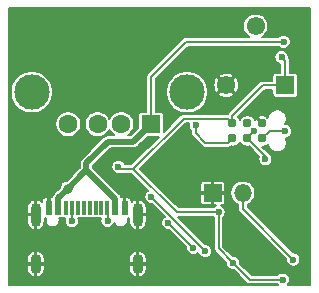
<source format=gbr>
%TF.GenerationSoftware,KiCad,Pcbnew,(5.1.8-0-10_14)*%
%TF.CreationDate,2021-01-24T23:40:28+01:00*%
%TF.ProjectId,clapruptor,636c6170-7275-4707-946f-722e6b696361,rev?*%
%TF.SameCoordinates,Original*%
%TF.FileFunction,Copper,L1,Top*%
%TF.FilePolarity,Positive*%
%FSLAX46Y46*%
G04 Gerber Fmt 4.6, Leading zero omitted, Abs format (unit mm)*
G04 Created by KiCad (PCBNEW (5.1.8-0-10_14)) date 2021-01-24 23:40:28*
%MOMM*%
%LPD*%
G01*
G04 APERTURE LIST*
%TA.AperFunction,ComponentPad*%
%ADD10C,1.550000*%
%TD*%
%TA.AperFunction,ComponentPad*%
%ADD11R,1.550000X1.550000*%
%TD*%
%TA.AperFunction,ComponentPad*%
%ADD12R,1.500000X1.500000*%
%TD*%
%TA.AperFunction,ComponentPad*%
%ADD13O,1.500000X1.500000*%
%TD*%
%TA.AperFunction,SMDPad,CuDef*%
%ADD14R,0.600000X1.160000*%
%TD*%
%TA.AperFunction,SMDPad,CuDef*%
%ADD15R,0.300000X1.160000*%
%TD*%
%TA.AperFunction,ComponentPad*%
%ADD16O,0.900000X1.700000*%
%TD*%
%TA.AperFunction,ComponentPad*%
%ADD17O,0.900000X2.000000*%
%TD*%
%TA.AperFunction,ConnectorPad*%
%ADD18C,0.787400*%
%TD*%
%TA.AperFunction,ComponentPad*%
%ADD19C,1.600000*%
%TD*%
%TA.AperFunction,ComponentPad*%
%ADD20R,1.600000X1.500000*%
%TD*%
%TA.AperFunction,ComponentPad*%
%ADD21C,3.000000*%
%TD*%
%TA.AperFunction,ViaPad*%
%ADD22C,0.800000*%
%TD*%
%TA.AperFunction,ViaPad*%
%ADD23C,0.600000*%
%TD*%
%TA.AperFunction,Conductor*%
%ADD24C,0.203200*%
%TD*%
%TA.AperFunction,Conductor*%
%ADD25C,0.508000*%
%TD*%
%TA.AperFunction,Conductor*%
%ADD26C,0.200000*%
%TD*%
%TA.AperFunction,Conductor*%
%ADD27C,0.100000*%
%TD*%
G04 APERTURE END LIST*
D10*
%TO.P,RV1,2*%
%TO.N,Vref*%
X165063800Y-75010000D03*
D11*
%TO.P,RV1,1*%
%TO.N,vCPU*%
X167563800Y-80010000D03*
D10*
%TO.P,RV1,3*%
%TO.N,GND*%
X162563800Y-80010000D03*
%TD*%
D12*
%TO.P,MK1,1*%
%TO.N,GND*%
X161442400Y-89128600D03*
D13*
%TO.P,MK1,2*%
%TO.N,Net-(C3-Pad2)*%
X163982400Y-89128600D03*
%TD*%
D14*
%TO.P,J4,A12*%
%TO.N,GND*%
X153963700Y-90385700D03*
%TO.P,J4,A9*%
%TO.N,VCC*%
X153163700Y-90385700D03*
%TO.P,J4,B1*%
%TO.N,GND*%
X153963700Y-90385700D03*
%TO.P,J4,B4*%
%TO.N,VCC*%
X153163700Y-90385700D03*
%TO.P,J4,B12*%
%TO.N,GND*%
X147563700Y-90385700D03*
%TO.P,J4,A1*%
X147563700Y-90385700D03*
%TO.P,J4,B9*%
%TO.N,VCC*%
X148363700Y-90385700D03*
%TO.P,J4,A4*%
X148363700Y-90385700D03*
D15*
%TO.P,J4,B5*%
%TO.N,Net-(J4-PadB5)*%
X152513700Y-90385700D03*
%TO.P,J4,B6*%
%TO.N,Net-(J4-PadB6)*%
X151513700Y-90385700D03*
%TO.P,J4,A8*%
%TO.N,Net-(J4-PadA8)*%
X152013700Y-90385700D03*
%TO.P,J4,A5*%
%TO.N,Net-(J4-PadA5)*%
X149513700Y-90385700D03*
%TO.P,J4,B8*%
%TO.N,Net-(J4-PadB8)*%
X149013700Y-90385700D03*
%TO.P,J4,A7*%
%TO.N,Net-(J4-PadA7)*%
X151013700Y-90385700D03*
%TO.P,J4,A6*%
%TO.N,Net-(J4-PadA6)*%
X150513700Y-90385700D03*
%TO.P,J4,B7*%
%TO.N,Net-(J4-PadB7)*%
X150013700Y-90385700D03*
D16*
%TO.P,J4,S1*%
%TO.N,GND*%
X155083700Y-95135700D03*
X146443700Y-95135700D03*
D17*
X155083700Y-90965700D03*
X146443700Y-90965700D03*
%TD*%
D18*
%TO.P,J3,6*%
%TO.N,GND*%
X165633400Y-83235800D03*
%TO.P,J3,5*%
%TO.N,nReset*%
X165633400Y-84505800D03*
%TO.P,J3,4*%
%TO.N,Net-(J3-Pad4)*%
X164363400Y-83235800D03*
%TO.P,J3,3*%
%TO.N,tpiclk*%
X164363400Y-84505800D03*
%TO.P,J3,2*%
%TO.N,vCPU*%
X163093400Y-83235800D03*
%TO.P,J3,1*%
%TO.N,tpidata*%
X163093400Y-84505800D03*
%TD*%
D19*
%TO.P,J2,4*%
%TO.N,Vswitch*%
X149188000Y-83304200D03*
%TO.P,J2,3*%
%TO.N,Net-(J2-Pad3)*%
X151688000Y-83304200D03*
%TO.P,J2,2*%
%TO.N,Net-(J2-Pad2)*%
X153688000Y-83304200D03*
D20*
%TO.P,J2,1*%
%TO.N,VCC*%
X156188000Y-83304200D03*
D21*
%TO.P,J2,5*%
%TO.N,Vswitch*%
X146118000Y-80594200D03*
X159258000Y-80594200D03*
%TD*%
D22*
%TO.N,GND*%
X154432000Y-78994000D03*
X152654000Y-80772000D03*
X157480000Y-81788000D03*
X158750000Y-77978000D03*
X162687000Y-77266800D03*
X152628600Y-86106000D03*
X163525200Y-94132400D03*
X147548600Y-85445600D03*
X161950400Y-94996000D03*
X158064200Y-86182200D03*
D23*
%TO.N,Net-(C3-Pad2)*%
X168249600Y-94767400D03*
%TO.N,VCC*%
X167445841Y-76336041D03*
D22*
X149171699Y-88770499D03*
D23*
%TO.N,Net-(R7-Pad1)*%
X157661459Y-91664941D03*
X159769659Y-93773141D03*
%TO.N,nReset*%
X167563800Y-83896200D03*
%TO.N,tpiclk*%
X164947600Y-83921600D03*
X165887400Y-86283800D03*
%TO.N,tpidata*%
X159994600Y-83381001D03*
%TO.N,Net-(J4-PadB5)*%
X152527000Y-91490800D03*
%TO.N,Net-(J4-PadA5)*%
X149504400Y-91516200D03*
%TO.N,vCPU*%
X161925000Y-90754200D03*
X167360600Y-96469200D03*
X167259000Y-77622400D03*
X153441400Y-86918800D03*
X163169600Y-95072200D03*
%TO.N,1.1v*%
X156235400Y-89458800D03*
X160782000Y-94056200D03*
%TD*%
D24*
%TO.N,Net-(C3-Pad2)*%
X163982400Y-90500200D02*
X168249600Y-94767400D01*
X163982400Y-89128600D02*
X163982400Y-90500200D01*
%TO.N,VCC*%
X156210000Y-79273400D02*
X156210000Y-83282200D01*
X156210000Y-83282200D02*
X156188000Y-83304200D01*
X159147359Y-76336041D02*
X156210000Y-79273400D01*
X167445841Y-76336041D02*
X159147359Y-76336041D01*
D25*
X150477298Y-87464900D02*
X149171699Y-88770499D01*
X148363700Y-89578498D02*
X148363700Y-90385700D01*
X149171699Y-88770499D02*
X148363700Y-89578498D01*
X150733799Y-87208399D02*
X150477298Y-87464900D01*
X153163700Y-89638300D02*
X150733799Y-87208399D01*
X153163700Y-90385700D02*
X153163700Y-89638300D01*
X152577800Y-84785200D02*
X150733799Y-86629201D01*
X150733799Y-86629201D02*
X150733799Y-87208399D01*
X154707000Y-84785200D02*
X152577800Y-84785200D01*
X156188000Y-83304200D02*
X154707000Y-84785200D01*
D24*
%TO.N,Net-(R7-Pad1)*%
X159769659Y-93773141D02*
X157661459Y-91664941D01*
%TO.N,nReset*%
X165633400Y-84505800D02*
X166243000Y-83896200D01*
X166243000Y-83896200D02*
X167563800Y-83896200D01*
%TO.N,tpiclk*%
X164363400Y-84505800D02*
X164947600Y-83921600D01*
X164363400Y-84505800D02*
X165887400Y-86029800D01*
X165887400Y-86029800D02*
X165887400Y-86283800D01*
%TO.N,tpidata*%
X159994600Y-84074000D02*
X159994600Y-83381001D01*
X160807399Y-84886799D02*
X159994600Y-84074000D01*
X162712401Y-84886799D02*
X160807399Y-84886799D01*
X163093400Y-84505800D02*
X162712401Y-84886799D01*
%TO.N,Net-(J4-PadB5)*%
X152527000Y-90399000D02*
X152513700Y-90385700D01*
X152527000Y-91490800D02*
X152527000Y-90399000D01*
%TO.N,Net-(J4-PadA5)*%
X149513700Y-91506900D02*
X149504400Y-91516200D01*
X149513700Y-90385700D02*
X149513700Y-91506900D01*
%TO.N,vCPU*%
X154711400Y-87096600D02*
X158369000Y-90754200D01*
X158369000Y-90754200D02*
X161925000Y-90754200D01*
X167563800Y-77927200D02*
X167563800Y-80010000D01*
X167259000Y-77622400D02*
X167563800Y-77927200D01*
X153619200Y-87096600D02*
X153441400Y-86918800D01*
X154711400Y-87096600D02*
X153619200Y-87096600D01*
X161925000Y-93827600D02*
X163169600Y-95072200D01*
X161925000Y-90754200D02*
X161925000Y-93827600D01*
X164566600Y-96469200D02*
X163169600Y-95072200D01*
X167360600Y-96469200D02*
X164566600Y-96469200D01*
X158978599Y-82829401D02*
X154711400Y-87096600D01*
X162687001Y-82829401D02*
X158978599Y-82829401D01*
X163093400Y-83235800D02*
X162687001Y-82829401D01*
X163093400Y-82588100D02*
X163093400Y-83235800D01*
X165671500Y-80010000D02*
X163093400Y-82588100D01*
X167563800Y-80010000D02*
X165671500Y-80010000D01*
%TO.N,1.1v*%
X160782000Y-94005400D02*
X160782000Y-94056200D01*
X156235400Y-89458800D02*
X160782000Y-94005400D01*
%TD*%
D26*
%TO.N,GND*%
X169702601Y-96906200D02*
X167772128Y-96906200D01*
X167826650Y-96851678D01*
X167892313Y-96753407D01*
X167937542Y-96644214D01*
X167960600Y-96528295D01*
X167960600Y-96410105D01*
X167937542Y-96294186D01*
X167892313Y-96184993D01*
X167826650Y-96086722D01*
X167743078Y-96003150D01*
X167644807Y-95937487D01*
X167535614Y-95892258D01*
X167419695Y-95869200D01*
X167301505Y-95869200D01*
X167185586Y-95892258D01*
X167076393Y-95937487D01*
X166978122Y-96003150D01*
X166913672Y-96067600D01*
X164732948Y-96067600D01*
X163769600Y-95104253D01*
X163769600Y-95013105D01*
X163746542Y-94897186D01*
X163701313Y-94787993D01*
X163635650Y-94689722D01*
X163552078Y-94606150D01*
X163453807Y-94540487D01*
X163344614Y-94495258D01*
X163228695Y-94472200D01*
X163137548Y-94472200D01*
X162326600Y-93661253D01*
X162326600Y-91201128D01*
X162391050Y-91136678D01*
X162456713Y-91038407D01*
X162501942Y-90929214D01*
X162525000Y-90813295D01*
X162525000Y-90695105D01*
X162501942Y-90579186D01*
X162456713Y-90469993D01*
X162391050Y-90371722D01*
X162307478Y-90288150D01*
X162209207Y-90222487D01*
X162106276Y-90179852D01*
X162192400Y-90180052D01*
X162251210Y-90174260D01*
X162307761Y-90157105D01*
X162359878Y-90129248D01*
X162405559Y-90091759D01*
X162443048Y-90046078D01*
X162470905Y-89993961D01*
X162488060Y-89937410D01*
X162493852Y-89878600D01*
X162492400Y-89253600D01*
X162417400Y-89178600D01*
X161492400Y-89178600D01*
X161492400Y-90103600D01*
X161567400Y-90178600D01*
X161745746Y-90179014D01*
X161640793Y-90222487D01*
X161542522Y-90288150D01*
X161478072Y-90352600D01*
X158535348Y-90352600D01*
X158061348Y-89878600D01*
X160390948Y-89878600D01*
X160396740Y-89937410D01*
X160413895Y-89993961D01*
X160441752Y-90046078D01*
X160479241Y-90091759D01*
X160524922Y-90129248D01*
X160577039Y-90157105D01*
X160633590Y-90174260D01*
X160692400Y-90180052D01*
X161317400Y-90178600D01*
X161392400Y-90103600D01*
X161392400Y-89178600D01*
X160467400Y-89178600D01*
X160392400Y-89253600D01*
X160390948Y-89878600D01*
X158061348Y-89878600D01*
X156561348Y-88378600D01*
X160390948Y-88378600D01*
X160392400Y-89003600D01*
X160467400Y-89078600D01*
X161392400Y-89078600D01*
X161392400Y-88153600D01*
X161492400Y-88153600D01*
X161492400Y-89078600D01*
X162417400Y-89078600D01*
X162470816Y-89025184D01*
X162932400Y-89025184D01*
X162932400Y-89232016D01*
X162972750Y-89434874D01*
X163051902Y-89625962D01*
X163166811Y-89797936D01*
X163313064Y-89944189D01*
X163485038Y-90059098D01*
X163580801Y-90098765D01*
X163580801Y-90480465D01*
X163578857Y-90500200D01*
X163586612Y-90578927D01*
X163609576Y-90654629D01*
X163646867Y-90724396D01*
X163697053Y-90785548D01*
X163712377Y-90798124D01*
X167649600Y-94735349D01*
X167649600Y-94826495D01*
X167672658Y-94942414D01*
X167717887Y-95051607D01*
X167783550Y-95149878D01*
X167867122Y-95233450D01*
X167965393Y-95299113D01*
X168074586Y-95344342D01*
X168190505Y-95367400D01*
X168308695Y-95367400D01*
X168424614Y-95344342D01*
X168533807Y-95299113D01*
X168632078Y-95233450D01*
X168715650Y-95149878D01*
X168781313Y-95051607D01*
X168826542Y-94942414D01*
X168849600Y-94826495D01*
X168849600Y-94708305D01*
X168826542Y-94592386D01*
X168781313Y-94483193D01*
X168715650Y-94384922D01*
X168632078Y-94301350D01*
X168533807Y-94235687D01*
X168424614Y-94190458D01*
X168308695Y-94167400D01*
X168217549Y-94167400D01*
X164384000Y-90333853D01*
X164384000Y-90098764D01*
X164479762Y-90059098D01*
X164651736Y-89944189D01*
X164797989Y-89797936D01*
X164912898Y-89625962D01*
X164992050Y-89434874D01*
X165032400Y-89232016D01*
X165032400Y-89025184D01*
X164992050Y-88822326D01*
X164912898Y-88631238D01*
X164797989Y-88459264D01*
X164651736Y-88313011D01*
X164479762Y-88198102D01*
X164288674Y-88118950D01*
X164085816Y-88078600D01*
X163878984Y-88078600D01*
X163676126Y-88118950D01*
X163485038Y-88198102D01*
X163313064Y-88313011D01*
X163166811Y-88459264D01*
X163051902Y-88631238D01*
X162972750Y-88822326D01*
X162932400Y-89025184D01*
X162470816Y-89025184D01*
X162492400Y-89003600D01*
X162493852Y-88378600D01*
X162488060Y-88319790D01*
X162470905Y-88263239D01*
X162443048Y-88211122D01*
X162405559Y-88165441D01*
X162359878Y-88127952D01*
X162307761Y-88100095D01*
X162251210Y-88082940D01*
X162192400Y-88077148D01*
X161567400Y-88078600D01*
X161492400Y-88153600D01*
X161392400Y-88153600D01*
X161317400Y-88078600D01*
X160692400Y-88077148D01*
X160633590Y-88082940D01*
X160577039Y-88100095D01*
X160524922Y-88127952D01*
X160479241Y-88165441D01*
X160441752Y-88211122D01*
X160413895Y-88263239D01*
X160396740Y-88319790D01*
X160390948Y-88378600D01*
X156561348Y-88378600D01*
X155279347Y-87096600D01*
X159144947Y-83231001D01*
X159412682Y-83231001D01*
X159394600Y-83321906D01*
X159394600Y-83440096D01*
X159417658Y-83556015D01*
X159462887Y-83665208D01*
X159528550Y-83763479D01*
X159593000Y-83827929D01*
X159593000Y-84054275D01*
X159591057Y-84074000D01*
X159593000Y-84093725D01*
X159593000Y-84093726D01*
X159598811Y-84152726D01*
X159621775Y-84228428D01*
X159659066Y-84298195D01*
X159709252Y-84359348D01*
X159724582Y-84371929D01*
X160509475Y-85156823D01*
X160522051Y-85172147D01*
X160583203Y-85222333D01*
X160652970Y-85259624D01*
X160728672Y-85282588D01*
X160787672Y-85288399D01*
X160787680Y-85288399D01*
X160807398Y-85290341D01*
X160827116Y-85288399D01*
X162692676Y-85288399D01*
X162712401Y-85290342D01*
X162732126Y-85288399D01*
X162732128Y-85288399D01*
X162791128Y-85282588D01*
X162866830Y-85259624D01*
X162936597Y-85222333D01*
X162976253Y-85189789D01*
X163025076Y-85199500D01*
X163161724Y-85199500D01*
X163295745Y-85172842D01*
X163421990Y-85120549D01*
X163535608Y-85044632D01*
X163632232Y-84948008D01*
X163708149Y-84834390D01*
X163728400Y-84785500D01*
X163748651Y-84834390D01*
X163824568Y-84948008D01*
X163921192Y-85044632D01*
X164034810Y-85120549D01*
X164161055Y-85172842D01*
X164295076Y-85199500D01*
X164431724Y-85199500D01*
X164479625Y-85189972D01*
X165336227Y-86046575D01*
X165310458Y-86108786D01*
X165287400Y-86224705D01*
X165287400Y-86342895D01*
X165310458Y-86458814D01*
X165355687Y-86568007D01*
X165421350Y-86666278D01*
X165504922Y-86749850D01*
X165603193Y-86815513D01*
X165712386Y-86860742D01*
X165828305Y-86883800D01*
X165946495Y-86883800D01*
X166062414Y-86860742D01*
X166171607Y-86815513D01*
X166269878Y-86749850D01*
X166353450Y-86666278D01*
X166419113Y-86568007D01*
X166464342Y-86458814D01*
X166487400Y-86342895D01*
X166487400Y-86224705D01*
X166464342Y-86108786D01*
X166419113Y-85999593D01*
X166353450Y-85901322D01*
X166269878Y-85817750D01*
X166188006Y-85763045D01*
X166185322Y-85759774D01*
X166172748Y-85744452D01*
X166157425Y-85731877D01*
X165625048Y-85199500D01*
X165701724Y-85199500D01*
X165835745Y-85172842D01*
X165961990Y-85120549D01*
X166075608Y-85044632D01*
X166115899Y-85004341D01*
X166138663Y-85118780D01*
X166198614Y-85263516D01*
X166285650Y-85393774D01*
X166396426Y-85504550D01*
X166526684Y-85591586D01*
X166671420Y-85651537D01*
X166825070Y-85682100D01*
X166981730Y-85682100D01*
X167135380Y-85651537D01*
X167280116Y-85591586D01*
X167410374Y-85504550D01*
X167521150Y-85393774D01*
X167608186Y-85263516D01*
X167668137Y-85118780D01*
X167698700Y-84965130D01*
X167698700Y-84808470D01*
X167668137Y-84654820D01*
X167608186Y-84510084D01*
X167598909Y-84496200D01*
X167622895Y-84496200D01*
X167738814Y-84473142D01*
X167848007Y-84427913D01*
X167946278Y-84362250D01*
X168029850Y-84278678D01*
X168095513Y-84180407D01*
X168140742Y-84071214D01*
X168163800Y-83955295D01*
X168163800Y-83837105D01*
X168140742Y-83721186D01*
X168095513Y-83611993D01*
X168029850Y-83513722D01*
X167946278Y-83430150D01*
X167848007Y-83364487D01*
X167738814Y-83319258D01*
X167622895Y-83296200D01*
X167564965Y-83296200D01*
X167608186Y-83231516D01*
X167668137Y-83086780D01*
X167698700Y-82933130D01*
X167698700Y-82776470D01*
X167668137Y-82622820D01*
X167608186Y-82478084D01*
X167521150Y-82347826D01*
X167410374Y-82237050D01*
X167280116Y-82150014D01*
X167135380Y-82090063D01*
X166981730Y-82059500D01*
X166825070Y-82059500D01*
X166671420Y-82090063D01*
X166526684Y-82150014D01*
X166396426Y-82237050D01*
X166285650Y-82347826D01*
X166198614Y-82478084D01*
X166138663Y-82622820D01*
X166116574Y-82733871D01*
X166090595Y-82707892D01*
X166036482Y-82762005D01*
X166001613Y-82643933D01*
X165879071Y-82583471D01*
X165747087Y-82548076D01*
X165610734Y-82539112D01*
X165475253Y-82556920D01*
X165345849Y-82600818D01*
X165265187Y-82643933D01*
X165230318Y-82762007D01*
X165633400Y-83165089D01*
X165647542Y-83150947D01*
X165718253Y-83221658D01*
X165704111Y-83235800D01*
X165718253Y-83249942D01*
X165647542Y-83320653D01*
X165633400Y-83306511D01*
X165619258Y-83320653D01*
X165548547Y-83249942D01*
X165562689Y-83235800D01*
X165159607Y-82832718D01*
X165041533Y-82867587D01*
X164998154Y-82955506D01*
X164978149Y-82907210D01*
X164902232Y-82793592D01*
X164805608Y-82696968D01*
X164691990Y-82621051D01*
X164565745Y-82568758D01*
X164431724Y-82542100D01*
X164295076Y-82542100D01*
X164161055Y-82568758D01*
X164034810Y-82621051D01*
X163921192Y-82696968D01*
X163824568Y-82793592D01*
X163748651Y-82907210D01*
X163728400Y-82956100D01*
X163708149Y-82907210D01*
X163632232Y-82793592D01*
X163544044Y-82705404D01*
X165837848Y-80411600D01*
X166487349Y-80411600D01*
X166487349Y-80785000D01*
X166493141Y-80843810D01*
X166510296Y-80900360D01*
X166538153Y-80952477D01*
X166575642Y-80998158D01*
X166621323Y-81035647D01*
X166673440Y-81063504D01*
X166729990Y-81080659D01*
X166788800Y-81086451D01*
X168338800Y-81086451D01*
X168397610Y-81080659D01*
X168454160Y-81063504D01*
X168506277Y-81035647D01*
X168551958Y-80998158D01*
X168589447Y-80952477D01*
X168617304Y-80900360D01*
X168634459Y-80843810D01*
X168640251Y-80785000D01*
X168640251Y-79235000D01*
X168634459Y-79176190D01*
X168617304Y-79119640D01*
X168589447Y-79067523D01*
X168551958Y-79021842D01*
X168506277Y-78984353D01*
X168454160Y-78956496D01*
X168397610Y-78939341D01*
X168338800Y-78933549D01*
X167965400Y-78933549D01*
X167965400Y-77946917D01*
X167967342Y-77927199D01*
X167965400Y-77907481D01*
X167965400Y-77907473D01*
X167959589Y-77848473D01*
X167936625Y-77772771D01*
X167899334Y-77703004D01*
X167859000Y-77653857D01*
X167859000Y-77563305D01*
X167835942Y-77447386D01*
X167790713Y-77338193D01*
X167725050Y-77239922D01*
X167641478Y-77156350D01*
X167543207Y-77090687D01*
X167434014Y-77045458D01*
X167318095Y-77022400D01*
X167199905Y-77022400D01*
X167083986Y-77045458D01*
X166974793Y-77090687D01*
X166876522Y-77156350D01*
X166792950Y-77239922D01*
X166727287Y-77338193D01*
X166682058Y-77447386D01*
X166659000Y-77563305D01*
X166659000Y-77681495D01*
X166682058Y-77797414D01*
X166727287Y-77906607D01*
X166792950Y-78004878D01*
X166876522Y-78088450D01*
X166974793Y-78154113D01*
X167083986Y-78199342D01*
X167162200Y-78214900D01*
X167162200Y-78933549D01*
X166788800Y-78933549D01*
X166729990Y-78939341D01*
X166673440Y-78956496D01*
X166621323Y-78984353D01*
X166575642Y-79021842D01*
X166538153Y-79067523D01*
X166510296Y-79119640D01*
X166493141Y-79176190D01*
X166487349Y-79235000D01*
X166487349Y-79608400D01*
X165691225Y-79608400D01*
X165671500Y-79606457D01*
X165651775Y-79608400D01*
X165651773Y-79608400D01*
X165592773Y-79614211D01*
X165517071Y-79637175D01*
X165447304Y-79674466D01*
X165386152Y-79724652D01*
X165373576Y-79739976D01*
X162823382Y-82290171D01*
X162808052Y-82302752D01*
X162757866Y-82363905D01*
X162722864Y-82429390D01*
X162706728Y-82427801D01*
X162706726Y-82427801D01*
X162687001Y-82425858D01*
X162667276Y-82427801D01*
X158998327Y-82427801D01*
X158978599Y-82425858D01*
X158899871Y-82433612D01*
X158824169Y-82456576D01*
X158786878Y-82476509D01*
X158754403Y-82493867D01*
X158693251Y-82544053D01*
X158680675Y-82559377D01*
X157289451Y-83950601D01*
X157289451Y-82554200D01*
X157283659Y-82495390D01*
X157266504Y-82438840D01*
X157238647Y-82386723D01*
X157201158Y-82341042D01*
X157155477Y-82303553D01*
X157103360Y-82275696D01*
X157046810Y-82258541D01*
X156988000Y-82252749D01*
X156611600Y-82252749D01*
X156611600Y-80416916D01*
X157458000Y-80416916D01*
X157458000Y-80771484D01*
X157527173Y-81119241D01*
X157662861Y-81446820D01*
X157859849Y-81741633D01*
X158110567Y-81992351D01*
X158405380Y-82189339D01*
X158732959Y-82325027D01*
X159080716Y-82394200D01*
X159435284Y-82394200D01*
X159783041Y-82325027D01*
X160110620Y-82189339D01*
X160405433Y-81992351D01*
X160656151Y-81741633D01*
X160853139Y-81446820D01*
X160988827Y-81119241D01*
X161058000Y-80771484D01*
X161058000Y-80755260D01*
X161889251Y-80755260D01*
X161970006Y-80912353D01*
X162157456Y-81010858D01*
X162360521Y-81070901D01*
X162571399Y-81090173D01*
X162781984Y-81067936D01*
X162984185Y-81005042D01*
X163157594Y-80912353D01*
X163238349Y-80755260D01*
X162563800Y-80080711D01*
X161889251Y-80755260D01*
X161058000Y-80755260D01*
X161058000Y-80416916D01*
X160988827Y-80069159D01*
X160967471Y-80017599D01*
X161483627Y-80017599D01*
X161505864Y-80228184D01*
X161568758Y-80430385D01*
X161661447Y-80603794D01*
X161818540Y-80684549D01*
X162493089Y-80010000D01*
X162634511Y-80010000D01*
X163309060Y-80684549D01*
X163466153Y-80603794D01*
X163564658Y-80416344D01*
X163624701Y-80213279D01*
X163643973Y-80002401D01*
X163621736Y-79791816D01*
X163558842Y-79589615D01*
X163466153Y-79416206D01*
X163309060Y-79335451D01*
X162634511Y-80010000D01*
X162493089Y-80010000D01*
X161818540Y-79335451D01*
X161661447Y-79416206D01*
X161562942Y-79603656D01*
X161502899Y-79806721D01*
X161483627Y-80017599D01*
X160967471Y-80017599D01*
X160853139Y-79741580D01*
X160656151Y-79446767D01*
X160474124Y-79264740D01*
X161889251Y-79264740D01*
X162563800Y-79939289D01*
X163238349Y-79264740D01*
X163157594Y-79107647D01*
X162970144Y-79009142D01*
X162767079Y-78949099D01*
X162556201Y-78929827D01*
X162345616Y-78952064D01*
X162143415Y-79014958D01*
X161970006Y-79107647D01*
X161889251Y-79264740D01*
X160474124Y-79264740D01*
X160405433Y-79196049D01*
X160110620Y-78999061D01*
X159783041Y-78863373D01*
X159435284Y-78794200D01*
X159080716Y-78794200D01*
X158732959Y-78863373D01*
X158405380Y-78999061D01*
X158110567Y-79196049D01*
X157859849Y-79446767D01*
X157662861Y-79741580D01*
X157527173Y-80069159D01*
X157458000Y-80416916D01*
X156611600Y-80416916D01*
X156611600Y-79439747D01*
X159313707Y-76737641D01*
X166998913Y-76737641D01*
X167063363Y-76802091D01*
X167161634Y-76867754D01*
X167270827Y-76912983D01*
X167386746Y-76936041D01*
X167504936Y-76936041D01*
X167620855Y-76912983D01*
X167730048Y-76867754D01*
X167828319Y-76802091D01*
X167911891Y-76718519D01*
X167977554Y-76620248D01*
X168022783Y-76511055D01*
X168045841Y-76395136D01*
X168045841Y-76276946D01*
X168022783Y-76161027D01*
X167977554Y-76051834D01*
X167911891Y-75953563D01*
X167828319Y-75869991D01*
X167730048Y-75804328D01*
X167620855Y-75759099D01*
X167504936Y-75736041D01*
X167386746Y-75736041D01*
X167270827Y-75759099D01*
X167161634Y-75804328D01*
X167063363Y-75869991D01*
X166998913Y-75934441D01*
X165615224Y-75934441D01*
X165749072Y-75845007D01*
X165898807Y-75695272D01*
X166016452Y-75519203D01*
X166097488Y-75323566D01*
X166138800Y-75115878D01*
X166138800Y-74904122D01*
X166097488Y-74696434D01*
X166016452Y-74500797D01*
X165898807Y-74324728D01*
X165749072Y-74174993D01*
X165573003Y-74057348D01*
X165377366Y-73976312D01*
X165169678Y-73935000D01*
X164957922Y-73935000D01*
X164750234Y-73976312D01*
X164554597Y-74057348D01*
X164378528Y-74174993D01*
X164228793Y-74324728D01*
X164111148Y-74500797D01*
X164030112Y-74696434D01*
X163988800Y-74904122D01*
X163988800Y-75115878D01*
X164030112Y-75323566D01*
X164111148Y-75519203D01*
X164228793Y-75695272D01*
X164378528Y-75845007D01*
X164512376Y-75934441D01*
X159167084Y-75934441D01*
X159147359Y-75932498D01*
X159127634Y-75934441D01*
X159127632Y-75934441D01*
X159068632Y-75940252D01*
X158992930Y-75963216D01*
X158923163Y-76000507D01*
X158862011Y-76050693D01*
X158849435Y-76066017D01*
X155939982Y-78975471D01*
X155924652Y-78988052D01*
X155874466Y-79049205D01*
X155837175Y-79118972D01*
X155814211Y-79194674D01*
X155808400Y-79253673D01*
X155806457Y-79273400D01*
X155808400Y-79293125D01*
X155808401Y-82252749D01*
X155388000Y-82252749D01*
X155329190Y-82258541D01*
X155272640Y-82275696D01*
X155220523Y-82303553D01*
X155174842Y-82341042D01*
X155137353Y-82386723D01*
X155109496Y-82438840D01*
X155092341Y-82495390D01*
X155086549Y-82554200D01*
X155086549Y-83622177D01*
X154477527Y-84231200D01*
X154280593Y-84231200D01*
X154389209Y-84158625D01*
X154542425Y-84005409D01*
X154662807Y-83825245D01*
X154745727Y-83625058D01*
X154788000Y-83412541D01*
X154788000Y-83195859D01*
X154745727Y-82983342D01*
X154662807Y-82783155D01*
X154542425Y-82602991D01*
X154389209Y-82449775D01*
X154209045Y-82329393D01*
X154008858Y-82246473D01*
X153796341Y-82204200D01*
X153579659Y-82204200D01*
X153367142Y-82246473D01*
X153166955Y-82329393D01*
X152986791Y-82449775D01*
X152833575Y-82602991D01*
X152713193Y-82783155D01*
X152688000Y-82843976D01*
X152662807Y-82783155D01*
X152542425Y-82602991D01*
X152389209Y-82449775D01*
X152209045Y-82329393D01*
X152008858Y-82246473D01*
X151796341Y-82204200D01*
X151579659Y-82204200D01*
X151367142Y-82246473D01*
X151166955Y-82329393D01*
X150986791Y-82449775D01*
X150833575Y-82602991D01*
X150713193Y-82783155D01*
X150630273Y-82983342D01*
X150588000Y-83195859D01*
X150588000Y-83412541D01*
X150630273Y-83625058D01*
X150713193Y-83825245D01*
X150833575Y-84005409D01*
X150986791Y-84158625D01*
X151166955Y-84279007D01*
X151367142Y-84361927D01*
X151579659Y-84404200D01*
X151796341Y-84404200D01*
X152008858Y-84361927D01*
X152209045Y-84279007D01*
X152389209Y-84158625D01*
X152542425Y-84005409D01*
X152662807Y-83825245D01*
X152688000Y-83764424D01*
X152713193Y-83825245D01*
X152833575Y-84005409D01*
X152986791Y-84158625D01*
X153095407Y-84231200D01*
X152605001Y-84231200D01*
X152577799Y-84228521D01*
X152550597Y-84231200D01*
X152550588Y-84231200D01*
X152469197Y-84239216D01*
X152364768Y-84270895D01*
X152268525Y-84322337D01*
X152184168Y-84391568D01*
X152166821Y-84412705D01*
X150361309Y-86218218D01*
X150340167Y-86235569D01*
X150270936Y-86319926D01*
X150219494Y-86416170D01*
X150206558Y-86458814D01*
X150189436Y-86515257D01*
X150187815Y-86520599D01*
X150179799Y-86601990D01*
X150179799Y-86601997D01*
X150177120Y-86629201D01*
X150179799Y-86656405D01*
X150179799Y-86978926D01*
X150104813Y-87053912D01*
X150104802Y-87053921D01*
X149084618Y-88074107D01*
X148967517Y-88097400D01*
X148840125Y-88150167D01*
X148725475Y-88226773D01*
X148627973Y-88324275D01*
X148551367Y-88438925D01*
X148498600Y-88566317D01*
X148475307Y-88683418D01*
X147991210Y-89167515D01*
X147970068Y-89184866D01*
X147900837Y-89269223D01*
X147849395Y-89365467D01*
X147817716Y-89469896D01*
X147814292Y-89504658D01*
X147688700Y-89505700D01*
X147613700Y-89580700D01*
X147613700Y-90335700D01*
X147633700Y-90335700D01*
X147633700Y-90435700D01*
X147613700Y-90435700D01*
X147613700Y-90455700D01*
X147513700Y-90455700D01*
X147513700Y-90435700D01*
X147493700Y-90435700D01*
X147493700Y-90335700D01*
X147513700Y-90335700D01*
X147513700Y-89580700D01*
X147438700Y-89505700D01*
X147263700Y-89504248D01*
X147204890Y-89510040D01*
X147148339Y-89527195D01*
X147096222Y-89555052D01*
X147050541Y-89592541D01*
X147013052Y-89638222D01*
X146985195Y-89690339D01*
X146968040Y-89746890D01*
X146962248Y-89805700D01*
X146962470Y-89875365D01*
X146938674Y-89850015D01*
X146818804Y-89764320D01*
X146684519Y-89703657D01*
X146610149Y-89684404D01*
X146493700Y-89742554D01*
X146493700Y-90915700D01*
X146513700Y-90915700D01*
X146513700Y-91015700D01*
X146493700Y-91015700D01*
X146493700Y-92188846D01*
X146610149Y-92246996D01*
X146684519Y-92227743D01*
X146818804Y-92167080D01*
X146938674Y-92081385D01*
X147039523Y-91973951D01*
X147117475Y-91848906D01*
X147169534Y-91711057D01*
X147193700Y-91565700D01*
X147193700Y-91257965D01*
X147204890Y-91261360D01*
X147263700Y-91267152D01*
X147298341Y-91266865D01*
X147296758Y-91270686D01*
X147273700Y-91386605D01*
X147273700Y-91504795D01*
X147296758Y-91620714D01*
X147341987Y-91729907D01*
X147407650Y-91828178D01*
X147491222Y-91911750D01*
X147589493Y-91977413D01*
X147698686Y-92022642D01*
X147814605Y-92045700D01*
X147932795Y-92045700D01*
X148048714Y-92022642D01*
X148157907Y-91977413D01*
X148256178Y-91911750D01*
X148339750Y-91828178D01*
X148405413Y-91729907D01*
X148450642Y-91620714D01*
X148473700Y-91504795D01*
X148473700Y-91386605D01*
X148450642Y-91270686D01*
X148449178Y-91267151D01*
X148663700Y-91267151D01*
X148722510Y-91261359D01*
X148763700Y-91248864D01*
X148804890Y-91261359D01*
X148863700Y-91267151D01*
X148958124Y-91267151D01*
X148927458Y-91341186D01*
X148904400Y-91457105D01*
X148904400Y-91575295D01*
X148927458Y-91691214D01*
X148972687Y-91800407D01*
X149038350Y-91898678D01*
X149121922Y-91982250D01*
X149220193Y-92047913D01*
X149329386Y-92093142D01*
X149445305Y-92116200D01*
X149563495Y-92116200D01*
X149679414Y-92093142D01*
X149788607Y-92047913D01*
X149886878Y-91982250D01*
X149970450Y-91898678D01*
X150036113Y-91800407D01*
X150081342Y-91691214D01*
X150104400Y-91575295D01*
X150104400Y-91457105D01*
X150081342Y-91341186D01*
X150050676Y-91267151D01*
X150163700Y-91267151D01*
X150222510Y-91261359D01*
X150263700Y-91248864D01*
X150304890Y-91261359D01*
X150363700Y-91267151D01*
X150663700Y-91267151D01*
X150722510Y-91261359D01*
X150763700Y-91248864D01*
X150804890Y-91261359D01*
X150863700Y-91267151D01*
X151163700Y-91267151D01*
X151222510Y-91261359D01*
X151263700Y-91248864D01*
X151304890Y-91261359D01*
X151363700Y-91267151D01*
X151663700Y-91267151D01*
X151722510Y-91261359D01*
X151763700Y-91248864D01*
X151804890Y-91261359D01*
X151863700Y-91267151D01*
X151970203Y-91267151D01*
X151950058Y-91315786D01*
X151927000Y-91431705D01*
X151927000Y-91549895D01*
X151950058Y-91665814D01*
X151995287Y-91775007D01*
X152060950Y-91873278D01*
X152144522Y-91956850D01*
X152242793Y-92022513D01*
X152351986Y-92067742D01*
X152467905Y-92090800D01*
X152586095Y-92090800D01*
X152702014Y-92067742D01*
X152811207Y-92022513D01*
X152909478Y-91956850D01*
X152993050Y-91873278D01*
X153058713Y-91775007D01*
X153099690Y-91676078D01*
X153121987Y-91729907D01*
X153187650Y-91828178D01*
X153271222Y-91911750D01*
X153369493Y-91977413D01*
X153478686Y-92022642D01*
X153594605Y-92045700D01*
X153712795Y-92045700D01*
X153828714Y-92022642D01*
X153937907Y-91977413D01*
X154036178Y-91911750D01*
X154119750Y-91828178D01*
X154185413Y-91729907D01*
X154230642Y-91620714D01*
X154253700Y-91504795D01*
X154253700Y-91386605D01*
X154230642Y-91270686D01*
X154229059Y-91266865D01*
X154263700Y-91267152D01*
X154322510Y-91261360D01*
X154333700Y-91257965D01*
X154333700Y-91565700D01*
X154357866Y-91711057D01*
X154409925Y-91848906D01*
X154487877Y-91973951D01*
X154588726Y-92081385D01*
X154708596Y-92167080D01*
X154842881Y-92227743D01*
X154917251Y-92246996D01*
X155033700Y-92188846D01*
X155033700Y-91015700D01*
X155133700Y-91015700D01*
X155133700Y-92188846D01*
X155250149Y-92246996D01*
X155324519Y-92227743D01*
X155458804Y-92167080D01*
X155578674Y-92081385D01*
X155679523Y-91973951D01*
X155757475Y-91848906D01*
X155809534Y-91711057D01*
X155833700Y-91565700D01*
X155833700Y-91015700D01*
X155133700Y-91015700D01*
X155033700Y-91015700D01*
X155013700Y-91015700D01*
X155013700Y-90915700D01*
X155033700Y-90915700D01*
X155033700Y-89742554D01*
X155133700Y-89742554D01*
X155133700Y-90915700D01*
X155833700Y-90915700D01*
X155833700Y-90365700D01*
X155809534Y-90220343D01*
X155757475Y-90082494D01*
X155679523Y-89957449D01*
X155578674Y-89850015D01*
X155458804Y-89764320D01*
X155324519Y-89703657D01*
X155250149Y-89684404D01*
X155133700Y-89742554D01*
X155033700Y-89742554D01*
X154917251Y-89684404D01*
X154842881Y-89703657D01*
X154708596Y-89764320D01*
X154588726Y-89850015D01*
X154564930Y-89875365D01*
X154565152Y-89805700D01*
X154559360Y-89746890D01*
X154542205Y-89690339D01*
X154514348Y-89638222D01*
X154476859Y-89592541D01*
X154431178Y-89555052D01*
X154379061Y-89527195D01*
X154322510Y-89510040D01*
X154263700Y-89504248D01*
X154088700Y-89505700D01*
X154013700Y-89580700D01*
X154013700Y-90335700D01*
X154033700Y-90335700D01*
X154033700Y-90435700D01*
X154013700Y-90435700D01*
X154013700Y-90455700D01*
X153913700Y-90455700D01*
X153913700Y-90435700D01*
X153893700Y-90435700D01*
X153893700Y-90335700D01*
X153913700Y-90335700D01*
X153913700Y-89580700D01*
X153838700Y-89505700D01*
X153702061Y-89504566D01*
X153683565Y-89443598D01*
X153678005Y-89425268D01*
X153626563Y-89329025D01*
X153557332Y-89244668D01*
X153536195Y-89227321D01*
X151287799Y-86978926D01*
X151287799Y-86858674D01*
X152807274Y-85339200D01*
X154679796Y-85339200D01*
X154707000Y-85341879D01*
X154734204Y-85339200D01*
X154734212Y-85339200D01*
X154815603Y-85331184D01*
X154920032Y-85299505D01*
X155016275Y-85248063D01*
X155100632Y-85178832D01*
X155117983Y-85157690D01*
X155920023Y-84355651D01*
X156884401Y-84355651D01*
X154545053Y-86695000D01*
X153998134Y-86695000D01*
X153973113Y-86634593D01*
X153907450Y-86536322D01*
X153823878Y-86452750D01*
X153725607Y-86387087D01*
X153616414Y-86341858D01*
X153500495Y-86318800D01*
X153382305Y-86318800D01*
X153266386Y-86341858D01*
X153157193Y-86387087D01*
X153058922Y-86452750D01*
X152975350Y-86536322D01*
X152909687Y-86634593D01*
X152864458Y-86743786D01*
X152841400Y-86859705D01*
X152841400Y-86977895D01*
X152864458Y-87093814D01*
X152909687Y-87203007D01*
X152975350Y-87301278D01*
X153058922Y-87384850D01*
X153157193Y-87450513D01*
X153266386Y-87495742D01*
X153382305Y-87518800D01*
X153500495Y-87518800D01*
X153602542Y-87498501D01*
X153619199Y-87500142D01*
X153638917Y-87498200D01*
X154545053Y-87498200D01*
X155967277Y-88920425D01*
X155951193Y-88927087D01*
X155852922Y-88992750D01*
X155769350Y-89076322D01*
X155703687Y-89174593D01*
X155658458Y-89283786D01*
X155635400Y-89399705D01*
X155635400Y-89517895D01*
X155658458Y-89633814D01*
X155703687Y-89743007D01*
X155769350Y-89841278D01*
X155852922Y-89924850D01*
X155951193Y-89990513D01*
X156060386Y-90035742D01*
X156176305Y-90058800D01*
X156267453Y-90058800D01*
X157356049Y-91147396D01*
X157278981Y-91198891D01*
X157195409Y-91282463D01*
X157129746Y-91380734D01*
X157084517Y-91489927D01*
X157061459Y-91605846D01*
X157061459Y-91724036D01*
X157084517Y-91839955D01*
X157129746Y-91949148D01*
X157195409Y-92047419D01*
X157278981Y-92130991D01*
X157377252Y-92196654D01*
X157486445Y-92241883D01*
X157602364Y-92264941D01*
X157693512Y-92264941D01*
X159169659Y-93741090D01*
X159169659Y-93832236D01*
X159192717Y-93948155D01*
X159237946Y-94057348D01*
X159303609Y-94155619D01*
X159387181Y-94239191D01*
X159485452Y-94304854D01*
X159594645Y-94350083D01*
X159710564Y-94373141D01*
X159828754Y-94373141D01*
X159944673Y-94350083D01*
X160053866Y-94304854D01*
X160152137Y-94239191D01*
X160197601Y-94193727D01*
X160205058Y-94231214D01*
X160250287Y-94340407D01*
X160315950Y-94438678D01*
X160399522Y-94522250D01*
X160497793Y-94587913D01*
X160606986Y-94633142D01*
X160722905Y-94656200D01*
X160841095Y-94656200D01*
X160957014Y-94633142D01*
X161066207Y-94587913D01*
X161164478Y-94522250D01*
X161248050Y-94438678D01*
X161313713Y-94340407D01*
X161358942Y-94231214D01*
X161382000Y-94115295D01*
X161382000Y-93997105D01*
X161358942Y-93881186D01*
X161313713Y-93771993D01*
X161248050Y-93673722D01*
X161164478Y-93590150D01*
X161066207Y-93524487D01*
X160957014Y-93479258D01*
X160841095Y-93456200D01*
X160800748Y-93456200D01*
X158500347Y-91155800D01*
X161478072Y-91155800D01*
X161523400Y-91201128D01*
X161523401Y-93807865D01*
X161521457Y-93827600D01*
X161529212Y-93906327D01*
X161552176Y-93982029D01*
X161589467Y-94051796D01*
X161639653Y-94112948D01*
X161654977Y-94125524D01*
X162569600Y-95040148D01*
X162569600Y-95131295D01*
X162592658Y-95247214D01*
X162637887Y-95356407D01*
X162703550Y-95454678D01*
X162787122Y-95538250D01*
X162885393Y-95603913D01*
X162994586Y-95649142D01*
X163110505Y-95672200D01*
X163201653Y-95672200D01*
X164268676Y-96739224D01*
X164281252Y-96754548D01*
X164342404Y-96804734D01*
X164412171Y-96842025D01*
X164487873Y-96864989D01*
X164546873Y-96870800D01*
X164546881Y-96870800D01*
X164566599Y-96872742D01*
X164586317Y-96870800D01*
X166913672Y-96870800D01*
X166949072Y-96906200D01*
X144165200Y-96906200D01*
X144165200Y-95185700D01*
X145693700Y-95185700D01*
X145693700Y-95585700D01*
X145717866Y-95731057D01*
X145769925Y-95868906D01*
X145847877Y-95993951D01*
X145948726Y-96101385D01*
X146068596Y-96187080D01*
X146202881Y-96247743D01*
X146277251Y-96266996D01*
X146393700Y-96208846D01*
X146393700Y-95185700D01*
X146493700Y-95185700D01*
X146493700Y-96208846D01*
X146610149Y-96266996D01*
X146684519Y-96247743D01*
X146818804Y-96187080D01*
X146938674Y-96101385D01*
X147039523Y-95993951D01*
X147117475Y-95868906D01*
X147169534Y-95731057D01*
X147193700Y-95585700D01*
X147193700Y-95185700D01*
X154333700Y-95185700D01*
X154333700Y-95585700D01*
X154357866Y-95731057D01*
X154409925Y-95868906D01*
X154487877Y-95993951D01*
X154588726Y-96101385D01*
X154708596Y-96187080D01*
X154842881Y-96247743D01*
X154917251Y-96266996D01*
X155033700Y-96208846D01*
X155033700Y-95185700D01*
X155133700Y-95185700D01*
X155133700Y-96208846D01*
X155250149Y-96266996D01*
X155324519Y-96247743D01*
X155458804Y-96187080D01*
X155578674Y-96101385D01*
X155679523Y-95993951D01*
X155757475Y-95868906D01*
X155809534Y-95731057D01*
X155833700Y-95585700D01*
X155833700Y-95185700D01*
X155133700Y-95185700D01*
X155033700Y-95185700D01*
X154333700Y-95185700D01*
X147193700Y-95185700D01*
X146493700Y-95185700D01*
X146393700Y-95185700D01*
X145693700Y-95185700D01*
X144165200Y-95185700D01*
X144165200Y-94685700D01*
X145693700Y-94685700D01*
X145693700Y-95085700D01*
X146393700Y-95085700D01*
X146393700Y-94062554D01*
X146493700Y-94062554D01*
X146493700Y-95085700D01*
X147193700Y-95085700D01*
X147193700Y-94685700D01*
X154333700Y-94685700D01*
X154333700Y-95085700D01*
X155033700Y-95085700D01*
X155033700Y-94062554D01*
X155133700Y-94062554D01*
X155133700Y-95085700D01*
X155833700Y-95085700D01*
X155833700Y-94685700D01*
X155809534Y-94540343D01*
X155757475Y-94402494D01*
X155679523Y-94277449D01*
X155578674Y-94170015D01*
X155458804Y-94084320D01*
X155324519Y-94023657D01*
X155250149Y-94004404D01*
X155133700Y-94062554D01*
X155033700Y-94062554D01*
X154917251Y-94004404D01*
X154842881Y-94023657D01*
X154708596Y-94084320D01*
X154588726Y-94170015D01*
X154487877Y-94277449D01*
X154409925Y-94402494D01*
X154357866Y-94540343D01*
X154333700Y-94685700D01*
X147193700Y-94685700D01*
X147169534Y-94540343D01*
X147117475Y-94402494D01*
X147039523Y-94277449D01*
X146938674Y-94170015D01*
X146818804Y-94084320D01*
X146684519Y-94023657D01*
X146610149Y-94004404D01*
X146493700Y-94062554D01*
X146393700Y-94062554D01*
X146277251Y-94004404D01*
X146202881Y-94023657D01*
X146068596Y-94084320D01*
X145948726Y-94170015D01*
X145847877Y-94277449D01*
X145769925Y-94402494D01*
X145717866Y-94540343D01*
X145693700Y-94685700D01*
X144165200Y-94685700D01*
X144165200Y-91015700D01*
X145693700Y-91015700D01*
X145693700Y-91565700D01*
X145717866Y-91711057D01*
X145769925Y-91848906D01*
X145847877Y-91973951D01*
X145948726Y-92081385D01*
X146068596Y-92167080D01*
X146202881Y-92227743D01*
X146277251Y-92246996D01*
X146393700Y-92188846D01*
X146393700Y-91015700D01*
X145693700Y-91015700D01*
X144165200Y-91015700D01*
X144165200Y-90365700D01*
X145693700Y-90365700D01*
X145693700Y-90915700D01*
X146393700Y-90915700D01*
X146393700Y-89742554D01*
X146277251Y-89684404D01*
X146202881Y-89703657D01*
X146068596Y-89764320D01*
X145948726Y-89850015D01*
X145847877Y-89957449D01*
X145769925Y-90082494D01*
X145717866Y-90220343D01*
X145693700Y-90365700D01*
X144165200Y-90365700D01*
X144165200Y-83195859D01*
X148088000Y-83195859D01*
X148088000Y-83412541D01*
X148130273Y-83625058D01*
X148213193Y-83825245D01*
X148333575Y-84005409D01*
X148486791Y-84158625D01*
X148666955Y-84279007D01*
X148867142Y-84361927D01*
X149079659Y-84404200D01*
X149296341Y-84404200D01*
X149508858Y-84361927D01*
X149709045Y-84279007D01*
X149889209Y-84158625D01*
X150042425Y-84005409D01*
X150162807Y-83825245D01*
X150245727Y-83625058D01*
X150288000Y-83412541D01*
X150288000Y-83195859D01*
X150245727Y-82983342D01*
X150162807Y-82783155D01*
X150042425Y-82602991D01*
X149889209Y-82449775D01*
X149709045Y-82329393D01*
X149508858Y-82246473D01*
X149296341Y-82204200D01*
X149079659Y-82204200D01*
X148867142Y-82246473D01*
X148666955Y-82329393D01*
X148486791Y-82449775D01*
X148333575Y-82602991D01*
X148213193Y-82783155D01*
X148130273Y-82983342D01*
X148088000Y-83195859D01*
X144165200Y-83195859D01*
X144165200Y-80416916D01*
X144318000Y-80416916D01*
X144318000Y-80771484D01*
X144387173Y-81119241D01*
X144522861Y-81446820D01*
X144719849Y-81741633D01*
X144970567Y-81992351D01*
X145265380Y-82189339D01*
X145592959Y-82325027D01*
X145940716Y-82394200D01*
X146295284Y-82394200D01*
X146643041Y-82325027D01*
X146970620Y-82189339D01*
X147265433Y-81992351D01*
X147516151Y-81741633D01*
X147713139Y-81446820D01*
X147848827Y-81119241D01*
X147918000Y-80771484D01*
X147918000Y-80416916D01*
X147848827Y-80069159D01*
X147713139Y-79741580D01*
X147516151Y-79446767D01*
X147265433Y-79196049D01*
X146970620Y-78999061D01*
X146643041Y-78863373D01*
X146295284Y-78794200D01*
X145940716Y-78794200D01*
X145592959Y-78863373D01*
X145265380Y-78999061D01*
X144970567Y-79196049D01*
X144719849Y-79446767D01*
X144522861Y-79741580D01*
X144387173Y-80069159D01*
X144318000Y-80416916D01*
X144165200Y-80416916D01*
X144165200Y-73502400D01*
X169702600Y-73502400D01*
X169702601Y-96906200D01*
%TA.AperFunction,Conductor*%
D27*
G36*
X169702601Y-96906200D02*
G01*
X167772128Y-96906200D01*
X167826650Y-96851678D01*
X167892313Y-96753407D01*
X167937542Y-96644214D01*
X167960600Y-96528295D01*
X167960600Y-96410105D01*
X167937542Y-96294186D01*
X167892313Y-96184993D01*
X167826650Y-96086722D01*
X167743078Y-96003150D01*
X167644807Y-95937487D01*
X167535614Y-95892258D01*
X167419695Y-95869200D01*
X167301505Y-95869200D01*
X167185586Y-95892258D01*
X167076393Y-95937487D01*
X166978122Y-96003150D01*
X166913672Y-96067600D01*
X164732948Y-96067600D01*
X163769600Y-95104253D01*
X163769600Y-95013105D01*
X163746542Y-94897186D01*
X163701313Y-94787993D01*
X163635650Y-94689722D01*
X163552078Y-94606150D01*
X163453807Y-94540487D01*
X163344614Y-94495258D01*
X163228695Y-94472200D01*
X163137548Y-94472200D01*
X162326600Y-93661253D01*
X162326600Y-91201128D01*
X162391050Y-91136678D01*
X162456713Y-91038407D01*
X162501942Y-90929214D01*
X162525000Y-90813295D01*
X162525000Y-90695105D01*
X162501942Y-90579186D01*
X162456713Y-90469993D01*
X162391050Y-90371722D01*
X162307478Y-90288150D01*
X162209207Y-90222487D01*
X162106276Y-90179852D01*
X162192400Y-90180052D01*
X162251210Y-90174260D01*
X162307761Y-90157105D01*
X162359878Y-90129248D01*
X162405559Y-90091759D01*
X162443048Y-90046078D01*
X162470905Y-89993961D01*
X162488060Y-89937410D01*
X162493852Y-89878600D01*
X162492400Y-89253600D01*
X162417400Y-89178600D01*
X161492400Y-89178600D01*
X161492400Y-90103600D01*
X161567400Y-90178600D01*
X161745746Y-90179014D01*
X161640793Y-90222487D01*
X161542522Y-90288150D01*
X161478072Y-90352600D01*
X158535348Y-90352600D01*
X158061348Y-89878600D01*
X160390948Y-89878600D01*
X160396740Y-89937410D01*
X160413895Y-89993961D01*
X160441752Y-90046078D01*
X160479241Y-90091759D01*
X160524922Y-90129248D01*
X160577039Y-90157105D01*
X160633590Y-90174260D01*
X160692400Y-90180052D01*
X161317400Y-90178600D01*
X161392400Y-90103600D01*
X161392400Y-89178600D01*
X160467400Y-89178600D01*
X160392400Y-89253600D01*
X160390948Y-89878600D01*
X158061348Y-89878600D01*
X156561348Y-88378600D01*
X160390948Y-88378600D01*
X160392400Y-89003600D01*
X160467400Y-89078600D01*
X161392400Y-89078600D01*
X161392400Y-88153600D01*
X161492400Y-88153600D01*
X161492400Y-89078600D01*
X162417400Y-89078600D01*
X162470816Y-89025184D01*
X162932400Y-89025184D01*
X162932400Y-89232016D01*
X162972750Y-89434874D01*
X163051902Y-89625962D01*
X163166811Y-89797936D01*
X163313064Y-89944189D01*
X163485038Y-90059098D01*
X163580801Y-90098765D01*
X163580801Y-90480465D01*
X163578857Y-90500200D01*
X163586612Y-90578927D01*
X163609576Y-90654629D01*
X163646867Y-90724396D01*
X163697053Y-90785548D01*
X163712377Y-90798124D01*
X167649600Y-94735349D01*
X167649600Y-94826495D01*
X167672658Y-94942414D01*
X167717887Y-95051607D01*
X167783550Y-95149878D01*
X167867122Y-95233450D01*
X167965393Y-95299113D01*
X168074586Y-95344342D01*
X168190505Y-95367400D01*
X168308695Y-95367400D01*
X168424614Y-95344342D01*
X168533807Y-95299113D01*
X168632078Y-95233450D01*
X168715650Y-95149878D01*
X168781313Y-95051607D01*
X168826542Y-94942414D01*
X168849600Y-94826495D01*
X168849600Y-94708305D01*
X168826542Y-94592386D01*
X168781313Y-94483193D01*
X168715650Y-94384922D01*
X168632078Y-94301350D01*
X168533807Y-94235687D01*
X168424614Y-94190458D01*
X168308695Y-94167400D01*
X168217549Y-94167400D01*
X164384000Y-90333853D01*
X164384000Y-90098764D01*
X164479762Y-90059098D01*
X164651736Y-89944189D01*
X164797989Y-89797936D01*
X164912898Y-89625962D01*
X164992050Y-89434874D01*
X165032400Y-89232016D01*
X165032400Y-89025184D01*
X164992050Y-88822326D01*
X164912898Y-88631238D01*
X164797989Y-88459264D01*
X164651736Y-88313011D01*
X164479762Y-88198102D01*
X164288674Y-88118950D01*
X164085816Y-88078600D01*
X163878984Y-88078600D01*
X163676126Y-88118950D01*
X163485038Y-88198102D01*
X163313064Y-88313011D01*
X163166811Y-88459264D01*
X163051902Y-88631238D01*
X162972750Y-88822326D01*
X162932400Y-89025184D01*
X162470816Y-89025184D01*
X162492400Y-89003600D01*
X162493852Y-88378600D01*
X162488060Y-88319790D01*
X162470905Y-88263239D01*
X162443048Y-88211122D01*
X162405559Y-88165441D01*
X162359878Y-88127952D01*
X162307761Y-88100095D01*
X162251210Y-88082940D01*
X162192400Y-88077148D01*
X161567400Y-88078600D01*
X161492400Y-88153600D01*
X161392400Y-88153600D01*
X161317400Y-88078600D01*
X160692400Y-88077148D01*
X160633590Y-88082940D01*
X160577039Y-88100095D01*
X160524922Y-88127952D01*
X160479241Y-88165441D01*
X160441752Y-88211122D01*
X160413895Y-88263239D01*
X160396740Y-88319790D01*
X160390948Y-88378600D01*
X156561348Y-88378600D01*
X155279347Y-87096600D01*
X159144947Y-83231001D01*
X159412682Y-83231001D01*
X159394600Y-83321906D01*
X159394600Y-83440096D01*
X159417658Y-83556015D01*
X159462887Y-83665208D01*
X159528550Y-83763479D01*
X159593000Y-83827929D01*
X159593000Y-84054275D01*
X159591057Y-84074000D01*
X159593000Y-84093725D01*
X159593000Y-84093726D01*
X159598811Y-84152726D01*
X159621775Y-84228428D01*
X159659066Y-84298195D01*
X159709252Y-84359348D01*
X159724582Y-84371929D01*
X160509475Y-85156823D01*
X160522051Y-85172147D01*
X160583203Y-85222333D01*
X160652970Y-85259624D01*
X160728672Y-85282588D01*
X160787672Y-85288399D01*
X160787680Y-85288399D01*
X160807398Y-85290341D01*
X160827116Y-85288399D01*
X162692676Y-85288399D01*
X162712401Y-85290342D01*
X162732126Y-85288399D01*
X162732128Y-85288399D01*
X162791128Y-85282588D01*
X162866830Y-85259624D01*
X162936597Y-85222333D01*
X162976253Y-85189789D01*
X163025076Y-85199500D01*
X163161724Y-85199500D01*
X163295745Y-85172842D01*
X163421990Y-85120549D01*
X163535608Y-85044632D01*
X163632232Y-84948008D01*
X163708149Y-84834390D01*
X163728400Y-84785500D01*
X163748651Y-84834390D01*
X163824568Y-84948008D01*
X163921192Y-85044632D01*
X164034810Y-85120549D01*
X164161055Y-85172842D01*
X164295076Y-85199500D01*
X164431724Y-85199500D01*
X164479625Y-85189972D01*
X165336227Y-86046575D01*
X165310458Y-86108786D01*
X165287400Y-86224705D01*
X165287400Y-86342895D01*
X165310458Y-86458814D01*
X165355687Y-86568007D01*
X165421350Y-86666278D01*
X165504922Y-86749850D01*
X165603193Y-86815513D01*
X165712386Y-86860742D01*
X165828305Y-86883800D01*
X165946495Y-86883800D01*
X166062414Y-86860742D01*
X166171607Y-86815513D01*
X166269878Y-86749850D01*
X166353450Y-86666278D01*
X166419113Y-86568007D01*
X166464342Y-86458814D01*
X166487400Y-86342895D01*
X166487400Y-86224705D01*
X166464342Y-86108786D01*
X166419113Y-85999593D01*
X166353450Y-85901322D01*
X166269878Y-85817750D01*
X166188006Y-85763045D01*
X166185322Y-85759774D01*
X166172748Y-85744452D01*
X166157425Y-85731877D01*
X165625048Y-85199500D01*
X165701724Y-85199500D01*
X165835745Y-85172842D01*
X165961990Y-85120549D01*
X166075608Y-85044632D01*
X166115899Y-85004341D01*
X166138663Y-85118780D01*
X166198614Y-85263516D01*
X166285650Y-85393774D01*
X166396426Y-85504550D01*
X166526684Y-85591586D01*
X166671420Y-85651537D01*
X166825070Y-85682100D01*
X166981730Y-85682100D01*
X167135380Y-85651537D01*
X167280116Y-85591586D01*
X167410374Y-85504550D01*
X167521150Y-85393774D01*
X167608186Y-85263516D01*
X167668137Y-85118780D01*
X167698700Y-84965130D01*
X167698700Y-84808470D01*
X167668137Y-84654820D01*
X167608186Y-84510084D01*
X167598909Y-84496200D01*
X167622895Y-84496200D01*
X167738814Y-84473142D01*
X167848007Y-84427913D01*
X167946278Y-84362250D01*
X168029850Y-84278678D01*
X168095513Y-84180407D01*
X168140742Y-84071214D01*
X168163800Y-83955295D01*
X168163800Y-83837105D01*
X168140742Y-83721186D01*
X168095513Y-83611993D01*
X168029850Y-83513722D01*
X167946278Y-83430150D01*
X167848007Y-83364487D01*
X167738814Y-83319258D01*
X167622895Y-83296200D01*
X167564965Y-83296200D01*
X167608186Y-83231516D01*
X167668137Y-83086780D01*
X167698700Y-82933130D01*
X167698700Y-82776470D01*
X167668137Y-82622820D01*
X167608186Y-82478084D01*
X167521150Y-82347826D01*
X167410374Y-82237050D01*
X167280116Y-82150014D01*
X167135380Y-82090063D01*
X166981730Y-82059500D01*
X166825070Y-82059500D01*
X166671420Y-82090063D01*
X166526684Y-82150014D01*
X166396426Y-82237050D01*
X166285650Y-82347826D01*
X166198614Y-82478084D01*
X166138663Y-82622820D01*
X166116574Y-82733871D01*
X166090595Y-82707892D01*
X166036482Y-82762005D01*
X166001613Y-82643933D01*
X165879071Y-82583471D01*
X165747087Y-82548076D01*
X165610734Y-82539112D01*
X165475253Y-82556920D01*
X165345849Y-82600818D01*
X165265187Y-82643933D01*
X165230318Y-82762007D01*
X165633400Y-83165089D01*
X165647542Y-83150947D01*
X165718253Y-83221658D01*
X165704111Y-83235800D01*
X165718253Y-83249942D01*
X165647542Y-83320653D01*
X165633400Y-83306511D01*
X165619258Y-83320653D01*
X165548547Y-83249942D01*
X165562689Y-83235800D01*
X165159607Y-82832718D01*
X165041533Y-82867587D01*
X164998154Y-82955506D01*
X164978149Y-82907210D01*
X164902232Y-82793592D01*
X164805608Y-82696968D01*
X164691990Y-82621051D01*
X164565745Y-82568758D01*
X164431724Y-82542100D01*
X164295076Y-82542100D01*
X164161055Y-82568758D01*
X164034810Y-82621051D01*
X163921192Y-82696968D01*
X163824568Y-82793592D01*
X163748651Y-82907210D01*
X163728400Y-82956100D01*
X163708149Y-82907210D01*
X163632232Y-82793592D01*
X163544044Y-82705404D01*
X165837848Y-80411600D01*
X166487349Y-80411600D01*
X166487349Y-80785000D01*
X166493141Y-80843810D01*
X166510296Y-80900360D01*
X166538153Y-80952477D01*
X166575642Y-80998158D01*
X166621323Y-81035647D01*
X166673440Y-81063504D01*
X166729990Y-81080659D01*
X166788800Y-81086451D01*
X168338800Y-81086451D01*
X168397610Y-81080659D01*
X168454160Y-81063504D01*
X168506277Y-81035647D01*
X168551958Y-80998158D01*
X168589447Y-80952477D01*
X168617304Y-80900360D01*
X168634459Y-80843810D01*
X168640251Y-80785000D01*
X168640251Y-79235000D01*
X168634459Y-79176190D01*
X168617304Y-79119640D01*
X168589447Y-79067523D01*
X168551958Y-79021842D01*
X168506277Y-78984353D01*
X168454160Y-78956496D01*
X168397610Y-78939341D01*
X168338800Y-78933549D01*
X167965400Y-78933549D01*
X167965400Y-77946917D01*
X167967342Y-77927199D01*
X167965400Y-77907481D01*
X167965400Y-77907473D01*
X167959589Y-77848473D01*
X167936625Y-77772771D01*
X167899334Y-77703004D01*
X167859000Y-77653857D01*
X167859000Y-77563305D01*
X167835942Y-77447386D01*
X167790713Y-77338193D01*
X167725050Y-77239922D01*
X167641478Y-77156350D01*
X167543207Y-77090687D01*
X167434014Y-77045458D01*
X167318095Y-77022400D01*
X167199905Y-77022400D01*
X167083986Y-77045458D01*
X166974793Y-77090687D01*
X166876522Y-77156350D01*
X166792950Y-77239922D01*
X166727287Y-77338193D01*
X166682058Y-77447386D01*
X166659000Y-77563305D01*
X166659000Y-77681495D01*
X166682058Y-77797414D01*
X166727287Y-77906607D01*
X166792950Y-78004878D01*
X166876522Y-78088450D01*
X166974793Y-78154113D01*
X167083986Y-78199342D01*
X167162200Y-78214900D01*
X167162200Y-78933549D01*
X166788800Y-78933549D01*
X166729990Y-78939341D01*
X166673440Y-78956496D01*
X166621323Y-78984353D01*
X166575642Y-79021842D01*
X166538153Y-79067523D01*
X166510296Y-79119640D01*
X166493141Y-79176190D01*
X166487349Y-79235000D01*
X166487349Y-79608400D01*
X165691225Y-79608400D01*
X165671500Y-79606457D01*
X165651775Y-79608400D01*
X165651773Y-79608400D01*
X165592773Y-79614211D01*
X165517071Y-79637175D01*
X165447304Y-79674466D01*
X165386152Y-79724652D01*
X165373576Y-79739976D01*
X162823382Y-82290171D01*
X162808052Y-82302752D01*
X162757866Y-82363905D01*
X162722864Y-82429390D01*
X162706728Y-82427801D01*
X162706726Y-82427801D01*
X162687001Y-82425858D01*
X162667276Y-82427801D01*
X158998327Y-82427801D01*
X158978599Y-82425858D01*
X158899871Y-82433612D01*
X158824169Y-82456576D01*
X158786878Y-82476509D01*
X158754403Y-82493867D01*
X158693251Y-82544053D01*
X158680675Y-82559377D01*
X157289451Y-83950601D01*
X157289451Y-82554200D01*
X157283659Y-82495390D01*
X157266504Y-82438840D01*
X157238647Y-82386723D01*
X157201158Y-82341042D01*
X157155477Y-82303553D01*
X157103360Y-82275696D01*
X157046810Y-82258541D01*
X156988000Y-82252749D01*
X156611600Y-82252749D01*
X156611600Y-80416916D01*
X157458000Y-80416916D01*
X157458000Y-80771484D01*
X157527173Y-81119241D01*
X157662861Y-81446820D01*
X157859849Y-81741633D01*
X158110567Y-81992351D01*
X158405380Y-82189339D01*
X158732959Y-82325027D01*
X159080716Y-82394200D01*
X159435284Y-82394200D01*
X159783041Y-82325027D01*
X160110620Y-82189339D01*
X160405433Y-81992351D01*
X160656151Y-81741633D01*
X160853139Y-81446820D01*
X160988827Y-81119241D01*
X161058000Y-80771484D01*
X161058000Y-80755260D01*
X161889251Y-80755260D01*
X161970006Y-80912353D01*
X162157456Y-81010858D01*
X162360521Y-81070901D01*
X162571399Y-81090173D01*
X162781984Y-81067936D01*
X162984185Y-81005042D01*
X163157594Y-80912353D01*
X163238349Y-80755260D01*
X162563800Y-80080711D01*
X161889251Y-80755260D01*
X161058000Y-80755260D01*
X161058000Y-80416916D01*
X160988827Y-80069159D01*
X160967471Y-80017599D01*
X161483627Y-80017599D01*
X161505864Y-80228184D01*
X161568758Y-80430385D01*
X161661447Y-80603794D01*
X161818540Y-80684549D01*
X162493089Y-80010000D01*
X162634511Y-80010000D01*
X163309060Y-80684549D01*
X163466153Y-80603794D01*
X163564658Y-80416344D01*
X163624701Y-80213279D01*
X163643973Y-80002401D01*
X163621736Y-79791816D01*
X163558842Y-79589615D01*
X163466153Y-79416206D01*
X163309060Y-79335451D01*
X162634511Y-80010000D01*
X162493089Y-80010000D01*
X161818540Y-79335451D01*
X161661447Y-79416206D01*
X161562942Y-79603656D01*
X161502899Y-79806721D01*
X161483627Y-80017599D01*
X160967471Y-80017599D01*
X160853139Y-79741580D01*
X160656151Y-79446767D01*
X160474124Y-79264740D01*
X161889251Y-79264740D01*
X162563800Y-79939289D01*
X163238349Y-79264740D01*
X163157594Y-79107647D01*
X162970144Y-79009142D01*
X162767079Y-78949099D01*
X162556201Y-78929827D01*
X162345616Y-78952064D01*
X162143415Y-79014958D01*
X161970006Y-79107647D01*
X161889251Y-79264740D01*
X160474124Y-79264740D01*
X160405433Y-79196049D01*
X160110620Y-78999061D01*
X159783041Y-78863373D01*
X159435284Y-78794200D01*
X159080716Y-78794200D01*
X158732959Y-78863373D01*
X158405380Y-78999061D01*
X158110567Y-79196049D01*
X157859849Y-79446767D01*
X157662861Y-79741580D01*
X157527173Y-80069159D01*
X157458000Y-80416916D01*
X156611600Y-80416916D01*
X156611600Y-79439747D01*
X159313707Y-76737641D01*
X166998913Y-76737641D01*
X167063363Y-76802091D01*
X167161634Y-76867754D01*
X167270827Y-76912983D01*
X167386746Y-76936041D01*
X167504936Y-76936041D01*
X167620855Y-76912983D01*
X167730048Y-76867754D01*
X167828319Y-76802091D01*
X167911891Y-76718519D01*
X167977554Y-76620248D01*
X168022783Y-76511055D01*
X168045841Y-76395136D01*
X168045841Y-76276946D01*
X168022783Y-76161027D01*
X167977554Y-76051834D01*
X167911891Y-75953563D01*
X167828319Y-75869991D01*
X167730048Y-75804328D01*
X167620855Y-75759099D01*
X167504936Y-75736041D01*
X167386746Y-75736041D01*
X167270827Y-75759099D01*
X167161634Y-75804328D01*
X167063363Y-75869991D01*
X166998913Y-75934441D01*
X165615224Y-75934441D01*
X165749072Y-75845007D01*
X165898807Y-75695272D01*
X166016452Y-75519203D01*
X166097488Y-75323566D01*
X166138800Y-75115878D01*
X166138800Y-74904122D01*
X166097488Y-74696434D01*
X166016452Y-74500797D01*
X165898807Y-74324728D01*
X165749072Y-74174993D01*
X165573003Y-74057348D01*
X165377366Y-73976312D01*
X165169678Y-73935000D01*
X164957922Y-73935000D01*
X164750234Y-73976312D01*
X164554597Y-74057348D01*
X164378528Y-74174993D01*
X164228793Y-74324728D01*
X164111148Y-74500797D01*
X164030112Y-74696434D01*
X163988800Y-74904122D01*
X163988800Y-75115878D01*
X164030112Y-75323566D01*
X164111148Y-75519203D01*
X164228793Y-75695272D01*
X164378528Y-75845007D01*
X164512376Y-75934441D01*
X159167084Y-75934441D01*
X159147359Y-75932498D01*
X159127634Y-75934441D01*
X159127632Y-75934441D01*
X159068632Y-75940252D01*
X158992930Y-75963216D01*
X158923163Y-76000507D01*
X158862011Y-76050693D01*
X158849435Y-76066017D01*
X155939982Y-78975471D01*
X155924652Y-78988052D01*
X155874466Y-79049205D01*
X155837175Y-79118972D01*
X155814211Y-79194674D01*
X155808400Y-79253673D01*
X155806457Y-79273400D01*
X155808400Y-79293125D01*
X155808401Y-82252749D01*
X155388000Y-82252749D01*
X155329190Y-82258541D01*
X155272640Y-82275696D01*
X155220523Y-82303553D01*
X155174842Y-82341042D01*
X155137353Y-82386723D01*
X155109496Y-82438840D01*
X155092341Y-82495390D01*
X155086549Y-82554200D01*
X155086549Y-83622177D01*
X154477527Y-84231200D01*
X154280593Y-84231200D01*
X154389209Y-84158625D01*
X154542425Y-84005409D01*
X154662807Y-83825245D01*
X154745727Y-83625058D01*
X154788000Y-83412541D01*
X154788000Y-83195859D01*
X154745727Y-82983342D01*
X154662807Y-82783155D01*
X154542425Y-82602991D01*
X154389209Y-82449775D01*
X154209045Y-82329393D01*
X154008858Y-82246473D01*
X153796341Y-82204200D01*
X153579659Y-82204200D01*
X153367142Y-82246473D01*
X153166955Y-82329393D01*
X152986791Y-82449775D01*
X152833575Y-82602991D01*
X152713193Y-82783155D01*
X152688000Y-82843976D01*
X152662807Y-82783155D01*
X152542425Y-82602991D01*
X152389209Y-82449775D01*
X152209045Y-82329393D01*
X152008858Y-82246473D01*
X151796341Y-82204200D01*
X151579659Y-82204200D01*
X151367142Y-82246473D01*
X151166955Y-82329393D01*
X150986791Y-82449775D01*
X150833575Y-82602991D01*
X150713193Y-82783155D01*
X150630273Y-82983342D01*
X150588000Y-83195859D01*
X150588000Y-83412541D01*
X150630273Y-83625058D01*
X150713193Y-83825245D01*
X150833575Y-84005409D01*
X150986791Y-84158625D01*
X151166955Y-84279007D01*
X151367142Y-84361927D01*
X151579659Y-84404200D01*
X151796341Y-84404200D01*
X152008858Y-84361927D01*
X152209045Y-84279007D01*
X152389209Y-84158625D01*
X152542425Y-84005409D01*
X152662807Y-83825245D01*
X152688000Y-83764424D01*
X152713193Y-83825245D01*
X152833575Y-84005409D01*
X152986791Y-84158625D01*
X153095407Y-84231200D01*
X152605001Y-84231200D01*
X152577799Y-84228521D01*
X152550597Y-84231200D01*
X152550588Y-84231200D01*
X152469197Y-84239216D01*
X152364768Y-84270895D01*
X152268525Y-84322337D01*
X152184168Y-84391568D01*
X152166821Y-84412705D01*
X150361309Y-86218218D01*
X150340167Y-86235569D01*
X150270936Y-86319926D01*
X150219494Y-86416170D01*
X150206558Y-86458814D01*
X150189436Y-86515257D01*
X150187815Y-86520599D01*
X150179799Y-86601990D01*
X150179799Y-86601997D01*
X150177120Y-86629201D01*
X150179799Y-86656405D01*
X150179799Y-86978926D01*
X150104813Y-87053912D01*
X150104802Y-87053921D01*
X149084618Y-88074107D01*
X148967517Y-88097400D01*
X148840125Y-88150167D01*
X148725475Y-88226773D01*
X148627973Y-88324275D01*
X148551367Y-88438925D01*
X148498600Y-88566317D01*
X148475307Y-88683418D01*
X147991210Y-89167515D01*
X147970068Y-89184866D01*
X147900837Y-89269223D01*
X147849395Y-89365467D01*
X147817716Y-89469896D01*
X147814292Y-89504658D01*
X147688700Y-89505700D01*
X147613700Y-89580700D01*
X147613700Y-90335700D01*
X147633700Y-90335700D01*
X147633700Y-90435700D01*
X147613700Y-90435700D01*
X147613700Y-90455700D01*
X147513700Y-90455700D01*
X147513700Y-90435700D01*
X147493700Y-90435700D01*
X147493700Y-90335700D01*
X147513700Y-90335700D01*
X147513700Y-89580700D01*
X147438700Y-89505700D01*
X147263700Y-89504248D01*
X147204890Y-89510040D01*
X147148339Y-89527195D01*
X147096222Y-89555052D01*
X147050541Y-89592541D01*
X147013052Y-89638222D01*
X146985195Y-89690339D01*
X146968040Y-89746890D01*
X146962248Y-89805700D01*
X146962470Y-89875365D01*
X146938674Y-89850015D01*
X146818804Y-89764320D01*
X146684519Y-89703657D01*
X146610149Y-89684404D01*
X146493700Y-89742554D01*
X146493700Y-90915700D01*
X146513700Y-90915700D01*
X146513700Y-91015700D01*
X146493700Y-91015700D01*
X146493700Y-92188846D01*
X146610149Y-92246996D01*
X146684519Y-92227743D01*
X146818804Y-92167080D01*
X146938674Y-92081385D01*
X147039523Y-91973951D01*
X147117475Y-91848906D01*
X147169534Y-91711057D01*
X147193700Y-91565700D01*
X147193700Y-91257965D01*
X147204890Y-91261360D01*
X147263700Y-91267152D01*
X147298341Y-91266865D01*
X147296758Y-91270686D01*
X147273700Y-91386605D01*
X147273700Y-91504795D01*
X147296758Y-91620714D01*
X147341987Y-91729907D01*
X147407650Y-91828178D01*
X147491222Y-91911750D01*
X147589493Y-91977413D01*
X147698686Y-92022642D01*
X147814605Y-92045700D01*
X147932795Y-92045700D01*
X148048714Y-92022642D01*
X148157907Y-91977413D01*
X148256178Y-91911750D01*
X148339750Y-91828178D01*
X148405413Y-91729907D01*
X148450642Y-91620714D01*
X148473700Y-91504795D01*
X148473700Y-91386605D01*
X148450642Y-91270686D01*
X148449178Y-91267151D01*
X148663700Y-91267151D01*
X148722510Y-91261359D01*
X148763700Y-91248864D01*
X148804890Y-91261359D01*
X148863700Y-91267151D01*
X148958124Y-91267151D01*
X148927458Y-91341186D01*
X148904400Y-91457105D01*
X148904400Y-91575295D01*
X148927458Y-91691214D01*
X148972687Y-91800407D01*
X149038350Y-91898678D01*
X149121922Y-91982250D01*
X149220193Y-92047913D01*
X149329386Y-92093142D01*
X149445305Y-92116200D01*
X149563495Y-92116200D01*
X149679414Y-92093142D01*
X149788607Y-92047913D01*
X149886878Y-91982250D01*
X149970450Y-91898678D01*
X150036113Y-91800407D01*
X150081342Y-91691214D01*
X150104400Y-91575295D01*
X150104400Y-91457105D01*
X150081342Y-91341186D01*
X150050676Y-91267151D01*
X150163700Y-91267151D01*
X150222510Y-91261359D01*
X150263700Y-91248864D01*
X150304890Y-91261359D01*
X150363700Y-91267151D01*
X150663700Y-91267151D01*
X150722510Y-91261359D01*
X150763700Y-91248864D01*
X150804890Y-91261359D01*
X150863700Y-91267151D01*
X151163700Y-91267151D01*
X151222510Y-91261359D01*
X151263700Y-91248864D01*
X151304890Y-91261359D01*
X151363700Y-91267151D01*
X151663700Y-91267151D01*
X151722510Y-91261359D01*
X151763700Y-91248864D01*
X151804890Y-91261359D01*
X151863700Y-91267151D01*
X151970203Y-91267151D01*
X151950058Y-91315786D01*
X151927000Y-91431705D01*
X151927000Y-91549895D01*
X151950058Y-91665814D01*
X151995287Y-91775007D01*
X152060950Y-91873278D01*
X152144522Y-91956850D01*
X152242793Y-92022513D01*
X152351986Y-92067742D01*
X152467905Y-92090800D01*
X152586095Y-92090800D01*
X152702014Y-92067742D01*
X152811207Y-92022513D01*
X152909478Y-91956850D01*
X152993050Y-91873278D01*
X153058713Y-91775007D01*
X153099690Y-91676078D01*
X153121987Y-91729907D01*
X153187650Y-91828178D01*
X153271222Y-91911750D01*
X153369493Y-91977413D01*
X153478686Y-92022642D01*
X153594605Y-92045700D01*
X153712795Y-92045700D01*
X153828714Y-92022642D01*
X153937907Y-91977413D01*
X154036178Y-91911750D01*
X154119750Y-91828178D01*
X154185413Y-91729907D01*
X154230642Y-91620714D01*
X154253700Y-91504795D01*
X154253700Y-91386605D01*
X154230642Y-91270686D01*
X154229059Y-91266865D01*
X154263700Y-91267152D01*
X154322510Y-91261360D01*
X154333700Y-91257965D01*
X154333700Y-91565700D01*
X154357866Y-91711057D01*
X154409925Y-91848906D01*
X154487877Y-91973951D01*
X154588726Y-92081385D01*
X154708596Y-92167080D01*
X154842881Y-92227743D01*
X154917251Y-92246996D01*
X155033700Y-92188846D01*
X155033700Y-91015700D01*
X155133700Y-91015700D01*
X155133700Y-92188846D01*
X155250149Y-92246996D01*
X155324519Y-92227743D01*
X155458804Y-92167080D01*
X155578674Y-92081385D01*
X155679523Y-91973951D01*
X155757475Y-91848906D01*
X155809534Y-91711057D01*
X155833700Y-91565700D01*
X155833700Y-91015700D01*
X155133700Y-91015700D01*
X155033700Y-91015700D01*
X155013700Y-91015700D01*
X155013700Y-90915700D01*
X155033700Y-90915700D01*
X155033700Y-89742554D01*
X155133700Y-89742554D01*
X155133700Y-90915700D01*
X155833700Y-90915700D01*
X155833700Y-90365700D01*
X155809534Y-90220343D01*
X155757475Y-90082494D01*
X155679523Y-89957449D01*
X155578674Y-89850015D01*
X155458804Y-89764320D01*
X155324519Y-89703657D01*
X155250149Y-89684404D01*
X155133700Y-89742554D01*
X155033700Y-89742554D01*
X154917251Y-89684404D01*
X154842881Y-89703657D01*
X154708596Y-89764320D01*
X154588726Y-89850015D01*
X154564930Y-89875365D01*
X154565152Y-89805700D01*
X154559360Y-89746890D01*
X154542205Y-89690339D01*
X154514348Y-89638222D01*
X154476859Y-89592541D01*
X154431178Y-89555052D01*
X154379061Y-89527195D01*
X154322510Y-89510040D01*
X154263700Y-89504248D01*
X154088700Y-89505700D01*
X154013700Y-89580700D01*
X154013700Y-90335700D01*
X154033700Y-90335700D01*
X154033700Y-90435700D01*
X154013700Y-90435700D01*
X154013700Y-90455700D01*
X153913700Y-90455700D01*
X153913700Y-90435700D01*
X153893700Y-90435700D01*
X153893700Y-90335700D01*
X153913700Y-90335700D01*
X153913700Y-89580700D01*
X153838700Y-89505700D01*
X153702061Y-89504566D01*
X153683565Y-89443598D01*
X153678005Y-89425268D01*
X153626563Y-89329025D01*
X153557332Y-89244668D01*
X153536195Y-89227321D01*
X151287799Y-86978926D01*
X151287799Y-86858674D01*
X152807274Y-85339200D01*
X154679796Y-85339200D01*
X154707000Y-85341879D01*
X154734204Y-85339200D01*
X154734212Y-85339200D01*
X154815603Y-85331184D01*
X154920032Y-85299505D01*
X155016275Y-85248063D01*
X155100632Y-85178832D01*
X155117983Y-85157690D01*
X155920023Y-84355651D01*
X156884401Y-84355651D01*
X154545053Y-86695000D01*
X153998134Y-86695000D01*
X153973113Y-86634593D01*
X153907450Y-86536322D01*
X153823878Y-86452750D01*
X153725607Y-86387087D01*
X153616414Y-86341858D01*
X153500495Y-86318800D01*
X153382305Y-86318800D01*
X153266386Y-86341858D01*
X153157193Y-86387087D01*
X153058922Y-86452750D01*
X152975350Y-86536322D01*
X152909687Y-86634593D01*
X152864458Y-86743786D01*
X152841400Y-86859705D01*
X152841400Y-86977895D01*
X152864458Y-87093814D01*
X152909687Y-87203007D01*
X152975350Y-87301278D01*
X153058922Y-87384850D01*
X153157193Y-87450513D01*
X153266386Y-87495742D01*
X153382305Y-87518800D01*
X153500495Y-87518800D01*
X153602542Y-87498501D01*
X153619199Y-87500142D01*
X153638917Y-87498200D01*
X154545053Y-87498200D01*
X155967277Y-88920425D01*
X155951193Y-88927087D01*
X155852922Y-88992750D01*
X155769350Y-89076322D01*
X155703687Y-89174593D01*
X155658458Y-89283786D01*
X155635400Y-89399705D01*
X155635400Y-89517895D01*
X155658458Y-89633814D01*
X155703687Y-89743007D01*
X155769350Y-89841278D01*
X155852922Y-89924850D01*
X155951193Y-89990513D01*
X156060386Y-90035742D01*
X156176305Y-90058800D01*
X156267453Y-90058800D01*
X157356049Y-91147396D01*
X157278981Y-91198891D01*
X157195409Y-91282463D01*
X157129746Y-91380734D01*
X157084517Y-91489927D01*
X157061459Y-91605846D01*
X157061459Y-91724036D01*
X157084517Y-91839955D01*
X157129746Y-91949148D01*
X157195409Y-92047419D01*
X157278981Y-92130991D01*
X157377252Y-92196654D01*
X157486445Y-92241883D01*
X157602364Y-92264941D01*
X157693512Y-92264941D01*
X159169659Y-93741090D01*
X159169659Y-93832236D01*
X159192717Y-93948155D01*
X159237946Y-94057348D01*
X159303609Y-94155619D01*
X159387181Y-94239191D01*
X159485452Y-94304854D01*
X159594645Y-94350083D01*
X159710564Y-94373141D01*
X159828754Y-94373141D01*
X159944673Y-94350083D01*
X160053866Y-94304854D01*
X160152137Y-94239191D01*
X160197601Y-94193727D01*
X160205058Y-94231214D01*
X160250287Y-94340407D01*
X160315950Y-94438678D01*
X160399522Y-94522250D01*
X160497793Y-94587913D01*
X160606986Y-94633142D01*
X160722905Y-94656200D01*
X160841095Y-94656200D01*
X160957014Y-94633142D01*
X161066207Y-94587913D01*
X161164478Y-94522250D01*
X161248050Y-94438678D01*
X161313713Y-94340407D01*
X161358942Y-94231214D01*
X161382000Y-94115295D01*
X161382000Y-93997105D01*
X161358942Y-93881186D01*
X161313713Y-93771993D01*
X161248050Y-93673722D01*
X161164478Y-93590150D01*
X161066207Y-93524487D01*
X160957014Y-93479258D01*
X160841095Y-93456200D01*
X160800748Y-93456200D01*
X158500347Y-91155800D01*
X161478072Y-91155800D01*
X161523400Y-91201128D01*
X161523401Y-93807865D01*
X161521457Y-93827600D01*
X161529212Y-93906327D01*
X161552176Y-93982029D01*
X161589467Y-94051796D01*
X161639653Y-94112948D01*
X161654977Y-94125524D01*
X162569600Y-95040148D01*
X162569600Y-95131295D01*
X162592658Y-95247214D01*
X162637887Y-95356407D01*
X162703550Y-95454678D01*
X162787122Y-95538250D01*
X162885393Y-95603913D01*
X162994586Y-95649142D01*
X163110505Y-95672200D01*
X163201653Y-95672200D01*
X164268676Y-96739224D01*
X164281252Y-96754548D01*
X164342404Y-96804734D01*
X164412171Y-96842025D01*
X164487873Y-96864989D01*
X164546873Y-96870800D01*
X164546881Y-96870800D01*
X164566599Y-96872742D01*
X164586317Y-96870800D01*
X166913672Y-96870800D01*
X166949072Y-96906200D01*
X144165200Y-96906200D01*
X144165200Y-95185700D01*
X145693700Y-95185700D01*
X145693700Y-95585700D01*
X145717866Y-95731057D01*
X145769925Y-95868906D01*
X145847877Y-95993951D01*
X145948726Y-96101385D01*
X146068596Y-96187080D01*
X146202881Y-96247743D01*
X146277251Y-96266996D01*
X146393700Y-96208846D01*
X146393700Y-95185700D01*
X146493700Y-95185700D01*
X146493700Y-96208846D01*
X146610149Y-96266996D01*
X146684519Y-96247743D01*
X146818804Y-96187080D01*
X146938674Y-96101385D01*
X147039523Y-95993951D01*
X147117475Y-95868906D01*
X147169534Y-95731057D01*
X147193700Y-95585700D01*
X147193700Y-95185700D01*
X154333700Y-95185700D01*
X154333700Y-95585700D01*
X154357866Y-95731057D01*
X154409925Y-95868906D01*
X154487877Y-95993951D01*
X154588726Y-96101385D01*
X154708596Y-96187080D01*
X154842881Y-96247743D01*
X154917251Y-96266996D01*
X155033700Y-96208846D01*
X155033700Y-95185700D01*
X155133700Y-95185700D01*
X155133700Y-96208846D01*
X155250149Y-96266996D01*
X155324519Y-96247743D01*
X155458804Y-96187080D01*
X155578674Y-96101385D01*
X155679523Y-95993951D01*
X155757475Y-95868906D01*
X155809534Y-95731057D01*
X155833700Y-95585700D01*
X155833700Y-95185700D01*
X155133700Y-95185700D01*
X155033700Y-95185700D01*
X154333700Y-95185700D01*
X147193700Y-95185700D01*
X146493700Y-95185700D01*
X146393700Y-95185700D01*
X145693700Y-95185700D01*
X144165200Y-95185700D01*
X144165200Y-94685700D01*
X145693700Y-94685700D01*
X145693700Y-95085700D01*
X146393700Y-95085700D01*
X146393700Y-94062554D01*
X146493700Y-94062554D01*
X146493700Y-95085700D01*
X147193700Y-95085700D01*
X147193700Y-94685700D01*
X154333700Y-94685700D01*
X154333700Y-95085700D01*
X155033700Y-95085700D01*
X155033700Y-94062554D01*
X155133700Y-94062554D01*
X155133700Y-95085700D01*
X155833700Y-95085700D01*
X155833700Y-94685700D01*
X155809534Y-94540343D01*
X155757475Y-94402494D01*
X155679523Y-94277449D01*
X155578674Y-94170015D01*
X155458804Y-94084320D01*
X155324519Y-94023657D01*
X155250149Y-94004404D01*
X155133700Y-94062554D01*
X155033700Y-94062554D01*
X154917251Y-94004404D01*
X154842881Y-94023657D01*
X154708596Y-94084320D01*
X154588726Y-94170015D01*
X154487877Y-94277449D01*
X154409925Y-94402494D01*
X154357866Y-94540343D01*
X154333700Y-94685700D01*
X147193700Y-94685700D01*
X147169534Y-94540343D01*
X147117475Y-94402494D01*
X147039523Y-94277449D01*
X146938674Y-94170015D01*
X146818804Y-94084320D01*
X146684519Y-94023657D01*
X146610149Y-94004404D01*
X146493700Y-94062554D01*
X146393700Y-94062554D01*
X146277251Y-94004404D01*
X146202881Y-94023657D01*
X146068596Y-94084320D01*
X145948726Y-94170015D01*
X145847877Y-94277449D01*
X145769925Y-94402494D01*
X145717866Y-94540343D01*
X145693700Y-94685700D01*
X144165200Y-94685700D01*
X144165200Y-91015700D01*
X145693700Y-91015700D01*
X145693700Y-91565700D01*
X145717866Y-91711057D01*
X145769925Y-91848906D01*
X145847877Y-91973951D01*
X145948726Y-92081385D01*
X146068596Y-92167080D01*
X146202881Y-92227743D01*
X146277251Y-92246996D01*
X146393700Y-92188846D01*
X146393700Y-91015700D01*
X145693700Y-91015700D01*
X144165200Y-91015700D01*
X144165200Y-90365700D01*
X145693700Y-90365700D01*
X145693700Y-90915700D01*
X146393700Y-90915700D01*
X146393700Y-89742554D01*
X146277251Y-89684404D01*
X146202881Y-89703657D01*
X146068596Y-89764320D01*
X145948726Y-89850015D01*
X145847877Y-89957449D01*
X145769925Y-90082494D01*
X145717866Y-90220343D01*
X145693700Y-90365700D01*
X144165200Y-90365700D01*
X144165200Y-83195859D01*
X148088000Y-83195859D01*
X148088000Y-83412541D01*
X148130273Y-83625058D01*
X148213193Y-83825245D01*
X148333575Y-84005409D01*
X148486791Y-84158625D01*
X148666955Y-84279007D01*
X148867142Y-84361927D01*
X149079659Y-84404200D01*
X149296341Y-84404200D01*
X149508858Y-84361927D01*
X149709045Y-84279007D01*
X149889209Y-84158625D01*
X150042425Y-84005409D01*
X150162807Y-83825245D01*
X150245727Y-83625058D01*
X150288000Y-83412541D01*
X150288000Y-83195859D01*
X150245727Y-82983342D01*
X150162807Y-82783155D01*
X150042425Y-82602991D01*
X149889209Y-82449775D01*
X149709045Y-82329393D01*
X149508858Y-82246473D01*
X149296341Y-82204200D01*
X149079659Y-82204200D01*
X148867142Y-82246473D01*
X148666955Y-82329393D01*
X148486791Y-82449775D01*
X148333575Y-82602991D01*
X148213193Y-82783155D01*
X148130273Y-82983342D01*
X148088000Y-83195859D01*
X144165200Y-83195859D01*
X144165200Y-80416916D01*
X144318000Y-80416916D01*
X144318000Y-80771484D01*
X144387173Y-81119241D01*
X144522861Y-81446820D01*
X144719849Y-81741633D01*
X144970567Y-81992351D01*
X145265380Y-82189339D01*
X145592959Y-82325027D01*
X145940716Y-82394200D01*
X146295284Y-82394200D01*
X146643041Y-82325027D01*
X146970620Y-82189339D01*
X147265433Y-81992351D01*
X147516151Y-81741633D01*
X147713139Y-81446820D01*
X147848827Y-81119241D01*
X147918000Y-80771484D01*
X147918000Y-80416916D01*
X147848827Y-80069159D01*
X147713139Y-79741580D01*
X147516151Y-79446767D01*
X147265433Y-79196049D01*
X146970620Y-78999061D01*
X146643041Y-78863373D01*
X146295284Y-78794200D01*
X145940716Y-78794200D01*
X145592959Y-78863373D01*
X145265380Y-78999061D01*
X144970567Y-79196049D01*
X144719849Y-79446767D01*
X144522861Y-79741580D01*
X144387173Y-80069159D01*
X144318000Y-80416916D01*
X144165200Y-80416916D01*
X144165200Y-73502400D01*
X169702600Y-73502400D01*
X169702601Y-96906200D01*
G37*
%TD.AperFunction*%
%TD*%
M02*

</source>
